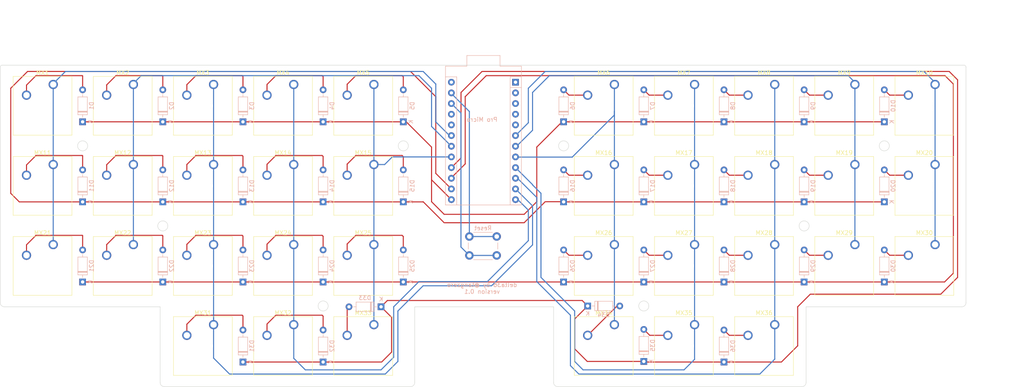
<source format=kicad_pcb>
(kicad_pcb (version 20211014) (generator pcbnew)
  (title_block (title "delta36") (date "2023-01-24") (rev "0.1"))
  (layers (0 "F.Cu" signal) (31 "B.Cu" signal) (34 "B.Paste" user) (35 "F.Paste" user) (36 "B.SilkS" user "B.Silkscreen") (37 "F.SilkS" user "F.Silkscreen") (38 "B.Mask" user) (39 "F.Mask" user) (44 "Edge.Cuts" user))
  (net 0 "")
  (net 1 "Net-(D1-Pad2)")
  (net 2 "Net-(D2-Pad2)")
  (net 3 "Net-(D3-Pad2)")
  (net 4 "Net-(D4-Pad2)")
  (net 5 "Net-(D5-Pad2)")
  (net 6 "Net-(D6-Pad2)")
  (net 7 "Net-(D7-Pad2)")
  (net 8 "Net-(D8-Pad2)")
  (net 9 "Net-(D9-Pad2)")
  (net 10 "Net-(D10-Pad2)")
  (net 11 "Net-(D11-Pad2)")
  (net 12 "Net-(D12-Pad2)")
  (net 13 "Net-(D13-Pad2)")
  (net 14 "Net-(D14-Pad2)")
  (net 15 "Net-(D15-Pad2)")
  (net 16 "Net-(D16-Pad2)")
  (net 17 "Net-(D17-Pad2)")
  (net 18 "Net-(D18-Pad2)")
  (net 19 "Net-(D19-Pad2)")
  (net 20 "Net-(D20-Pad2)")
  (net 21 "Net-(D21-Pad2)")
  (net 22 "Net-(D22-Pad2)")
  (net 23 "Net-(D23-Pad2)")
  (net 24 "Net-(D24-Pad2)")
  (net 25 "Net-(D25-Pad2)")
  (net 26 "Net-(D26-Pad2)")
  (net 27 "Net-(D27-Pad2)")
  (net 28 "Net-(D28-Pad2)")
  (net 29 "Net-(D29-Pad2)")
  (net 30 "Net-(D30-Pad2)")
  (net 31 "Net-(D31-Pad2)")
  (net 32 "Net-(D32-Pad2)")
  (net 33 "Net-(D33-Pad2)")
  (net 34 "Net-(D34-Pad2)")
  (net 35 "Net-(D35-Pad2)")
  (net 36 "Net-(D36-Pad2)")
  (net 41 "Net-(MX15-Pad1)")
  (net 42 "Net-(P1-Pad22)")
  (net 47 "Net-(D1-Pad1)")
  (net 48 "Net-(D11-Pad1)")
  (net 49 "Net-(D21-Pad1)")
  (net 50 "Net-(D31-Pad1)")
  (net 51 "Net-(MX1-Pad1)")
  (net 52 "Net-(MX12-Pad1)")
  (net 53 "Net-(MX13-Pad1)")
  (net 54 "Net-(MX14-Pad1)")
  (net 55 "Net-(MX16-Pad1)")
  (net 56 "Net-(MX17-Pad1)")
  (net 57 "Net-(MX18-Pad1)")
  (net 58 "Net-(MX19-Pad1)")
  (net 59 "Net-(MX10-Pad1)")
  (net 60 "Net-(P1-Pad23)")
  (footprint "Button_Switch_Keyboard:SW_Cherry_MX_1.00u_PCB" (layer "F.Cu") (at 40.865 63.82)
    (fp_text reference "MX1")
    (fp_text value "Switch")
  )
  (footprint "Button_Switch_Keyboard:SW_Cherry_MX_1.00u_PCB" (layer "F.Cu") (at 117.065 101.92)
    (fp_text reference "MX25")
    (fp_text value "Switch")
  )
  (footprint "Button_Switch_Keyboard:SW_Cherry_MX_1.00u_PCB" (layer "F.Cu") (at 98.015 101.92)
    (fp_text reference "MX24")
    (fp_text value "Switch")
  )
  (footprint "Button_Switch_Keyboard:SW_Cherry_MX_1.00u_PCB" (layer "F.Cu") (at 193.265 63.82)
    (fp_text reference "MX7")
    (fp_text value "Switch")
  )
  (footprint "Button_Switch_Keyboard:SW_Cherry_MX_1.00u_PCB" (layer "F.Cu") (at 193.265 101.92)
    (fp_text reference "MX27")
    (fp_text value "Switch")
  )
  (footprint "Button_Switch_Keyboard:SW_Cherry_MX_1.00u_PCB" (layer "F.Cu") (at 78.965 101.92)
    (fp_text reference "MX23")
    (fp_text value "Switch")
  )
  (footprint "Button_Switch_Keyboard:SW_Cherry_MX_1.00u_PCB" (layer "F.Cu") (at 40.865 101.92)
    (fp_text reference "MX21")
    (fp_text value "Switch")
  )
  (footprint "Button_Switch_Keyboard:SW_Cherry_MX_1.00u_PCB" (layer "F.Cu") (at 117.065 120.97)
    (fp_text reference "MX33")
    (fp_text value "Switch")
  )
  (footprint "Button_Switch_Keyboard:SW_Cherry_MX_1.00u_PCB" (layer "F.Cu") (at 98.015 82.87)
    (fp_text reference "MX14")
    (fp_text value "Switch")
  )
  (footprint "Button_Switch_Keyboard:SW_Cherry_MX_1.00u_PCB" (layer "F.Cu") (at 59.915 101.92)
    (fp_text reference "MX22")
    (fp_text value "Switch")
  )
  (footprint "Button_Switch_Keyboard:SW_Cherry_MX_1.00u_PCB" (layer "F.Cu") (at 212.315 82.87)
    (fp_text reference "MX18")
    (fp_text value "Switch")
  )
  (footprint "Button_Switch_Keyboard:SW_Cherry_MX_1.00u_PCB" (layer "F.Cu") (at 174.215 101.92)
    (fp_text reference "MX26")
    (fp_text value "Switch")
  )
  (footprint "Button_Switch_Keyboard:SW_Cherry_MX_1.00u_PCB" (layer "F.Cu") (at 117.065 82.87)
    (fp_text reference "MX15")
    (fp_text value "Switch")
  )
  (footprint "Button_Switch_Keyboard:SW_Cherry_MX_1.00u_PCB" (layer "F.Cu") (at 231.365 63.82)
    (fp_text reference "MX9")
    (fp_text value "Switch")
  )
  (footprint "Button_Switch_Keyboard:SW_Cherry_MX_1.00u_PCB" (layer "F.Cu") (at 117.065 63.82)
    (fp_text reference "MX5")
    (fp_text value "Switch")
  )
  (footprint "Button_Switch_Keyboard:SW_Cherry_MX_1.00u_PCB" (layer "F.Cu") (at 250.415 82.87)
    (fp_text reference "MX20")
    (fp_text value "Switch")
  )
  (footprint "Button_Switch_Keyboard:SW_Cherry_MX_1.00u_PCB" (layer "F.Cu") (at 59.915 82.87)
    (fp_text reference "MX12")
    (fp_text value "Switch")
  )
  (footprint "Button_Switch_Keyboard:SW_Cherry_MX_1.00u_PCB" (layer "F.Cu") (at 212.315 63.82)
    (fp_text reference "MX8")
    (fp_text value "Switch")
  )
  (footprint "Button_Switch_Keyboard:SW_Cherry_MX_1.00u_PCB" (layer "F.Cu") (at 193.265 120.97)
    (fp_text reference "MX35")
    (fp_text value "Switch")
  )
  (footprint "Button_Switch_Keyboard:SW_Cherry_MX_1.00u_PCB" (layer "F.Cu") (at 174.215 120.97)
    (fp_text reference "MX34")
    (fp_text value "Switch")
  )
  (footprint "Button_Switch_Keyboard:SW_Cherry_MX_1.00u_PCB" (layer "F.Cu") (at 59.915 63.82)
    (fp_text reference "MX2")
    (fp_text value "Switch")
  )
  (footprint "Button_Switch_Keyboard:SW_Cherry_MX_1.00u_PCB" (layer "F.Cu") (at 78.965 63.82)
    (fp_text reference "MX3")
    (fp_text value "Switch")
  )
  (footprint "Button_Switch_Keyboard:SW_Cherry_MX_1.00u_PCB" (layer "F.Cu") (at 174.215 82.87)
    (fp_text reference "MX16")
    (fp_text value "Switch")
  )
  (footprint "Button_Switch_Keyboard:SW_Cherry_MX_1.00u_PCB" (layer "F.Cu") (at 78.965 82.87)
    (fp_text reference "MX13")
    (fp_text value "Switch")
  )
  (footprint "Button_Switch_Keyboard:SW_Cherry_MX_1.00u_PCB" (layer "F.Cu") (at 231.365 101.92)
    (fp_text reference "MX29")
    (fp_text value "Switch")
  )
  (footprint "Button_Switch_Keyboard:SW_Cherry_MX_1.00u_PCB" (layer "F.Cu") (at 174.215 63.82)
    (fp_text reference "MX6")
    (fp_text value "Switch")
  )
  (footprint "Button_Switch_Keyboard:SW_Cherry_MX_1.00u_PCB" (layer "F.Cu") (at 40.865 82.87)
    (fp_text reference "MX11")
    (fp_text value "Switch")
  )
  (footprint "Button_Switch_Keyboard:SW_Cherry_MX_1.00u_PCB" (layer "F.Cu") (at 250.415 101.92)
    (fp_text reference "MX30")
    (fp_text value "Switch")
  )
  (footprint "Button_Switch_Keyboard:SW_Cherry_MX_1.00u_PCB" (layer "F.Cu") (at 212.315 120.97)
    (fp_text reference "MX36")
    (fp_text value "Switch")
  )
  (footprint "Button_Switch_Keyboard:SW_Cherry_MX_1.00u_PCB" (layer "F.Cu") (at 98.015 63.82)
    (fp_text reference "MX4")
    (fp_text value "Switch")
  )
  (footprint "Button_Switch_Keyboard:SW_Cherry_MX_1.00u_PCB" (layer "F.Cu") (at 212.315 101.92)
    (fp_text reference "MX28")
    (fp_text value "Switch")
  )
  (footprint "Button_Switch_Keyboard:SW_Cherry_MX_1.00u_PCB" (layer "F.Cu") (at 250.415 63.82)
    (fp_text reference "MX10")
    (fp_text value "Switch")
  )
  (footprint "Button_Switch_Keyboard:SW_Cherry_MX_1.00u_PCB" (layer "F.Cu") (at 78.965 120.97)
    (fp_text reference "MX31")
    (fp_text value "Switch")
  )
  (footprint "Button_Switch_Keyboard:SW_Cherry_MX_1.00u_PCB" (layer "F.Cu") (at 193.265 82.87)
    (fp_text reference "MX17")
    (fp_text value "Switch")
  )
  (footprint "Button_Switch_Keyboard:SW_Cherry_MX_1.00u_PCB" (layer "F.Cu") (at 98.015 120.97)
    (fp_text reference "MX32")
    (fp_text value "Switch")
  )
  (footprint "Button_Switch_Keyboard:SW_Cherry_MX_1.00u_PCB" (layer "F.Cu") (at 231.365 82.87)
    (fp_text reference "MX19")
    (fp_text value "Switch")
  )
  (footprint "Diode_THT:D_DO-35_SOD27_P7.62mm_Horizontal" (layer "B.Cu") (at 124.05 110.81 90)
    (fp_text reference "D25")
    (fp_text value "Diode")
  )
  (footprint "Diode_THT:D_DO-35_SOD27_P7.62mm_Horizontal" (layer "B.Cu") (at 105 72.71 90)
    (fp_text reference "D4")
    (fp_text value "Diode")
  )
  (footprint "Diode_THT:D_DO-35_SOD27_P7.62mm_Horizontal" (layer "B.Cu") (at 105 91.76 90)
    (fp_text reference "D14")
    (fp_text value "Diode")
  )
  (footprint "Diode_THT:D_DO-35_SOD27_P7.62mm_Horizontal" (layer "B.Cu") (at 66.9 91.76 90)
    (fp_text reference "D12")
    (fp_text value "Diode")
  )
  (footprint "Diode_THT:D_DO-35_SOD27_P7.62mm_Horizontal" (layer "B.Cu") (at 162.15 91.76 90)
    (fp_text reference "D16")
    (fp_text value "Diode")
  )
  (footprint "Diode_THT:D_DO-35_SOD27_P7.62mm_Horizontal" (layer "B.Cu") (at 219.3 91.76 90)
    (fp_text reference "D19")
    (fp_text value "Diode")
  )
  (footprint "Diode_THT:D_DO-35_SOD27_P7.62mm_Horizontal" (layer "B.Cu") (at 181.2 129.72 90)
    (fp_text reference "D35")
    (fp_text value "Diode")
  )
  (footprint "Diode_THT:D_DO-35_SOD27_P7.62mm_Horizontal" (layer "B.Cu") (at 238.35 110.81 90)
    (fp_text reference "D30")
    (fp_text value "Diode")
  )
  (footprint "Diode_THT:D_DO-35_SOD27_P7.62mm_Horizontal" (layer "B.Cu") (at 200.25 129.86 90)
    (fp_text reference "D36")
    (fp_text value "Diode")
  )
  (footprint "Diode_THT:D_DO-35_SOD27_P7.62mm_Horizontal" (layer "B.Cu") (at 105 110.81 90)
    (fp_text reference "D24")
    (fp_text value "Diode")
  )
  (footprint "Diode_THT:D_DO-35_SOD27_P7.62mm_Horizontal" (layer "B.Cu") (at 85.95 129.86 90)
    (fp_text reference "D31")
    (fp_text value "Diode")
  )
  (footprint "Diode_THT:D_DO-35_SOD27_P7.62mm_Horizontal" (layer "B.Cu") (at 200.25 72.71 90)
    (fp_text reference "D8")
    (fp_text value "Diode")
  )
  (footprint "Diode_THT:D_DO-35_SOD27_P7.62mm_Horizontal" (layer "B.Cu") (at 85.95 72.71 90)
    (fp_text reference "D3")
    (fp_text value "Diode")
  )
  (footprint "Diode_THT:D_DO-35_SOD27_P7.62mm_Horizontal" (layer "B.Cu") (at 162.15 110.81 90)
    (fp_text reference "D26")
    (fp_text value "Diode")
  )
  (footprint "Diode_THT:D_DO-35_SOD27_P7.62mm_Horizontal" (layer "B.Cu") (at 47.85 72.71 90)
    (fp_text reference "D1")
    (fp_text value "Diode")
  )
  (footprint "Diode_THT:D_DO-35_SOD27_P7.62mm_Horizontal" (layer "B.Cu") (at 124.05 91.76 90)
    (fp_text reference "D15")
    (fp_text value "Diode")
  )
  (footprint "Diode_THT:D_DO-35_SOD27_P7.62mm_Horizontal" (layer "B.Cu") (at 47.85 91.76 90)
    (fp_text reference "D11")
    (fp_text value "Diode")
  )
  (footprint "Button_Switch_THT:SW_PUSH_6mm" (layer "B.Cu") (at 146.25 100 180)
    (fp_text reference "Reset")
    (fp_text value "SW_PUSH")
  )
  (footprint "Diode_THT:D_DO-35_SOD27_P7.62mm_Horizontal" (layer "B.Cu") (at 200.25 110.81 90)
    (fp_text reference "D28")
    (fp_text value "Diode")
  )
  (footprint "Diode_THT:D_DO-35_SOD27_P7.62mm_Horizontal" (layer "B.Cu") (at 167.865 116.525)
    (fp_text reference "D34")
    (fp_text value "Diode")
  )
  (footprint "Diode_THT:D_DO-35_SOD27_P7.62mm_Horizontal" (layer "B.Cu") (at 181.2 110.81 90)
    (fp_text reference "D27")
    (fp_text value "Diode")
  )
  (footprint "Diode_THT:D_DO-35_SOD27_P7.62mm_Horizontal" (layer "B.Cu") (at 124.05 72.71 90)
    (fp_text reference "D5")
    (fp_text value "Diode")
  )
  (footprint "Diode_THT:D_DO-35_SOD27_P7.62mm_Horizontal" (layer "B.Cu") (at 200.25 91.76 90)
    (fp_text reference "D18")
    (fp_text value "Diode")
  )
  (footprint "Diode_THT:D_DO-35_SOD27_P7.62mm_Horizontal" (layer "B.Cu") (at 238.35 91.76 90)
    (fp_text reference "D20")
    (fp_text value "Diode")
  )
  (footprint "Diode_THT:D_DO-35_SOD27_P7.62mm_Horizontal" (layer "B.Cu") (at 85.95 91.76 90)
    (fp_text reference "D13")
    (fp_text value "Diode")
  )
  (footprint "Diode_THT:D_DO-35_SOD27_P7.62mm_Horizontal" (layer "B.Cu") (at 181.2 72.71 90)
    (fp_text reference "D7")
    (fp_text value "Diode")
  )
  (footprint "Diode_THT:D_DO-35_SOD27_P7.62mm_Horizontal" (layer "B.Cu") (at 118.765 116.72 180)
    (fp_text reference "D33")
    (fp_text value "Diode")
  )
  (footprint "Diode_THT:D_DO-35_SOD27_P7.62mm_Horizontal" (layer "B.Cu") (at 47.85 110.81 90)
    (fp_text reference "D21")
    (fp_text value "Diode")
  )
  (footprint "Diode_THT:D_DO-35_SOD27_P7.62mm_Horizontal" (layer "B.Cu") (at 162.15 72.71 90)
    (fp_text reference "D6")
    (fp_text value "Diode")
  )
  (footprint "Diode_THT:D_DO-35_SOD27_P7.62mm_Horizontal" (layer "B.Cu") (at 85.95 110.81 90)
    (fp_text reference "D23")
    (fp_text value "Diode")
  )
  (footprint "Diode_THT:D_DO-35_SOD27_P7.62mm_Horizontal" (layer "B.Cu") (at 219.3 72.71 90)
    (fp_text reference "D9")
    (fp_text value "Diode")
  )
  (footprint "Diode_THT:D_DO-35_SOD27_P7.62mm_Horizontal" (layer "B.Cu") (at 238.35 72.71 90)
    (fp_text reference "D10")
    (fp_text value "Diode")
  )
  (footprint "Diode_THT:D_DO-35_SOD27_P7.62mm_Horizontal" (layer "B.Cu") (at 105 129.86 90)
    (fp_text reference "D32")
    (fp_text value "Diode")
  )
  (footprint "Diode_THT:D_DO-35_SOD27_P7.62mm_Horizontal" (layer "B.Cu") (at 66.9 110.81 90)
    (fp_text reference "D22")
    (fp_text value "Diode")
  )
  (footprint "Diode_THT:D_DO-35_SOD27_P7.62mm_Horizontal" (layer "B.Cu") (at 66.9 72.71 90)
    (fp_text reference "D2")
    (fp_text value "Diode")
  )
  (footprint "Diode_THT:D_DO-35_SOD27_P7.62mm_Horizontal" (layer "B.Cu") (at 181.2 91.76 90)
    (fp_text reference "D17")
    (fp_text value "Diode")
  )
  (footprint "Arduino:Sparkfun_Pro_Micro" (layer "B.Cu") (at 135.475 91.22)
    (fp_text reference "P1" hide)
    (fp_text value "Pro Micro")
  )
  (footprint "Diode_THT:D_DO-35_SOD27_P7.62mm_Horizontal" (layer "B.Cu") (at 219.3 110.81 90)
    (fp_text reference "D29")
    (fp_text value "Diode")
  )
  (gr_circle (center 66.9 97.475) (end 68.1 97.475) (layer "Edge.Cuts") (width 0.1) (fill none))
  (gr_arc (start 219.765 134.72) (mid 219.472107 135.427107) (end 218.765 135.72) (layer "Edge.Cuts") (width 0.1))
  (gr_arc (start 28.265 59.72) (mid 28.411447 59.366447) (end 28.765 59.22) (layer "Edge.Cuts") (width 0.1))
  (gr_circle (center 162.15 78.425) (end 163.35 78.425) (layer "Edge.Cuts") (width 0.1) (fill none))
  (gr_line (start 66.265 134.72) (end 66.265 116.72) (layer "Edge.Cuts") (width 0.1))
  (gr_arc (start 257.265 59.22) (mid 257.618553 59.366447) (end 257.765 59.72) (layer "Edge.Cuts") (width 0.1))
  (gr_line (start 159.765 134.72) (end 159.765 116.72) (layer "Edge.Cuts") (width 0.1))
  (gr_line (start 257.765 59.72) (end 257.765 115.72) (layer "Edge.Cuts") (width 0.1))
  (gr_arc (start 67.265 135.72) (mid 66.557893 135.427107) (end 66.265 134.72) (layer "Edge.Cuts") (width 0.1))
  (gr_arc (start 160.765 135.72) (mid 160.057893 135.427107) (end 159.765 134.72) (layer "Edge.Cuts") (width 0.1))
  (gr_line (start 218.765 135.72) (end 160.765 135.72) (layer "Edge.Cuts") (width 0.1))
  (gr_line (start 256.765 116.72) (end 219.765 116.72) (layer "Edge.Cuts") (width 0.1))
  (gr_line (start 126.765 116.72) (end 159.765 116.72) (layer "Edge.Cuts") (width 0.1))
  (gr_line (start 126.765 134.72) (end 126.765 116.72) (layer "Edge.Cuts") (width 0.1))
  (gr_line (start 219.765 116.72) (end 219.765 134.72) (layer "Edge.Cuts") (width 0.1))
  (gr_arc (start 126.765 134.72) (mid 126.472107 135.427107) (end 125.765 135.72) (layer "Edge.Cuts") (width 0.1))
  (gr_circle (center 181.2 116.525) (end 182.4 116.525) (layer "Edge.Cuts") (width 0.1) (fill none))
  (gr_arc (start 257.765 115.72) (mid 257.472107 116.427107) (end 256.765 116.72) (layer "Edge.Cuts") (width 0.1))
  (gr_circle (center 105 116.525) (end 106.2 116.525) (layer "Edge.Cuts") (width 0.1) (fill none))
  (gr_circle (center 219.3 97.475) (end 220.5 97.475) (layer "Edge.Cuts") (width 0.1) (fill none))
  (gr_line (start 125.765 135.72) (end 67.265 135.72) (layer "Edge.Cuts") (width 0.1))
  (gr_line (start 28.265 115.72) (end 28.265 59.72) (layer "Edge.Cuts") (width 0.1))
  (gr_circle (center 124.05 78.425) (end 125.25 78.425) (layer "Edge.Cuts") (width 0.1) (fill none))
  (gr_arc (start 29.265 116.72) (mid 28.557893 116.427107) (end 28.265 115.72) (layer "Edge.Cuts") (width 0.1))
  (gr_circle (center 238.35 78.425) (end 239.55 78.425) (layer "Edge.Cuts") (width 0.1) (fill none))
  (gr_circle (center 47.85 78.425) (end 49.05 78.425) (layer "Edge.Cuts") (width 0.1) (fill none))
  (gr_line (start 28.765 59.22) (end 257.265 59.22) (layer "Edge.Cuts") (width 0.1))
  (gr_line (start 66.265 116.72) (end 29.265 116.72) (layer "Edge.Cuts") (width 0.1))
  (gr_text "delta36 by @tangzero\nversion 0.1" (at 142.765 112.3) (layer "B.SilkS") (effects (font (size 1 1)) (justify mirror)))
  (segment (start 36.765 61.72) (end 47.765 61.72) (width 0.25) (layer "F.Cu") (net 1))
  (segment (start 47.765 61.72) (end 47.85 61.805) (width 0.25) (layer "F.Cu") (net 1))
  (segment (start 34.515 63.97) (end 36.765 61.72) (width 0.25) (layer "F.Cu") (net 1))
  (segment (start 34.515 66.36) (end 34.515 63.97) (width 0.25) (layer "F.Cu") (net 1))
  (segment (start 47.85 61.805) (end 47.85 65.09) (width 0.25) (layer "F.Cu") (net 1))
  (segment (start 66.765 61.72) (end 66.9 61.855) (width 0.25) (layer "F.Cu") (net 2))
  (segment (start 53.565 66.36) (end 53.565 63.92) (width 0.25) (layer "F.Cu") (net 2))
  (segment (start 55.765 61.72) (end 66.765 61.72) (width 0.25) (layer "F.Cu") (net 2))
  (segment (start 66.9 61.855) (end 66.9 65.09) (width 0.25) (layer "F.Cu") (net 2))
  (segment (start 53.565 63.92) (end 55.765 61.72) (width 0.25) (layer "F.Cu") (net 2))
  (segment (start 74.765 61.72) (end 85.765 61.72) (width 0.25) (layer "F.Cu") (net 3))
  (segment (start 85.765 61.72) (end 85.95 61.905) (width 0.25) (layer "F.Cu") (net 3))
  (segment (start 85.95 61.905) (end 85.95 65.09) (width 0.25) (layer "F.Cu") (net 3))
  (segment (start 72.615 63.87) (end 74.765 61.72) (width 0.25) (layer "F.Cu") (net 3))
  (segment (start 72.615 66.36) (end 72.615 63.87) (width 0.25) (layer "F.Cu") (net 3))
  (segment (start 91.665 63.82) (end 93.765 61.72) (width 0.25) (layer "F.Cu") (net 4))
  (segment (start 93.765 61.72) (end 104.765 61.72) (width 0.25) (layer "F.Cu") (net 4))
  (segment (start 105 61.955) (end 105 65.09) (width 0.25) (layer "F.Cu") (net 4))
  (segment (start 104.765 61.72) (end 105 61.955) (width 0.25) (layer "F.Cu") (net 4))
  (segment (start 91.665 66.36) (end 91.665 63.82) (width 0.25) (layer "F.Cu") (net 4))
  (segment (start 110.715 66.36) (end 110.715 63.77) (width 0.25) (layer "F.Cu") (net 5))
  (segment (start 110.715 63.77) (end 112.765 61.72) (width 0.25) (layer "F.Cu") (net 5))
  (segment (start 112.765 61.72) (end 123.765 61.72) (width 0.25) (layer "F.Cu") (net 5))
  (segment (start 124.05 62.005) (end 124.05 65.09) (width 0.25) (layer "F.Cu") (net 5))
  (segment (start 123.765 61.72) (end 124.05 62.005) (width 0.25) (layer "F.Cu") (net 5))
  (segment (start 163.42 66.36) (end 167.865 66.36) (width 0.25) (layer "F.Cu") (net 6))
  (segment (start 162.15 65.09) (end 163.42 66.36) (width 0.25) (layer "F.Cu") (net 6))
  (segment (start 181.2 65.09) (end 182.47 66.36) (width 0.25) (layer "F.Cu") (net 7))
  (segment (start 182.47 66.36) (end 186.915 66.36) (width 0.25) (layer "F.Cu") (net 7))
  (segment (start 201.52 66.36) (end 205.965 66.36) (width 0.25) (layer "F.Cu") (net 8))
  (segment (start 200.25 65.09) (end 201.52 66.36) (width 0.25) (layer "F.Cu") (net 8))
  (segment (start 220.57 66.36) (end 225.015 66.36) (width 0.25) (layer "F.Cu") (net 9))
  (segment (start 219.3 65.09) (end 220.57 66.36) (width 0.25) (layer "F.Cu") (net 9))
  (segment (start 239.62 66.36) (end 244.065 66.36) (width 0.25) (layer "F.Cu") (net 10))
  (segment (start 238.35 65.09) (end 239.62 66.36) (width 0.25) (layer "F.Cu") (net 10))
  (segment (start 36.765 80.72) (end 47.765 80.72) (width 0.25) (layer "F.Cu") (net 11))
  (segment (start 47.85 80.805) (end 47.85 84.14) (width 0.25) (layer "F.Cu") (net 11))
  (segment (start 34.515 85.41) (end 34.515 82.97) (width 0.25) (layer "F.Cu") (net 11))
  (segment (start 34.515 82.97) (end 36.765 80.72) (width 0.25) (layer "F.Cu") (net 11))
  (segment (start 47.765 80.72) (end 47.85 80.805) (width 0.25) (layer "F.Cu") (net 11))
  (segment (start 53.565 82.92) (end 55.765 80.72) (width 0.25) (layer "F.Cu") (net 12))
  (segment (start 53.565 85.41) (end 53.565 82.92) (width 0.25) (layer "F.Cu") (net 12))
  (segment (start 55.765 80.72) (end 66.765 80.72) (width 0.25) (layer "F.Cu") (net 12))
  (segment (start 66.9 80.855) (end 66.9 84.14) (width 0.25) (layer "F.Cu") (net 12))
  (segment (start 66.765 80.72) (end 66.9 80.855) (width 0.25) (layer "F.Cu") (net 12))
  (segment (start 72.615 85.41) (end 72.615 82.87) (width 0.25) (layer "F.Cu") (net 13))
  (segment (start 72.615 82.87) (end 74.765 80.72) (width 0.25) (layer "F.Cu") (net 13))
  (segment (start 85.765 80.72) (end 85.95 80.905) (width 0.25) (layer "F.Cu") (net 13))
  (segment (start 74.765 80.72) (end 85.765 80.72) (width 0.25) (layer "F.Cu") (net 13))
  (segment (start 85.95 80.905) (end 85.95 84.14) (width 0.25) (layer "F.Cu") (net 13))
  (segment (start 105 80.955) (end 105 84.14) (width 0.25) (layer "F.Cu") (net 14))
  (segment (start 91.665 82.82) (end 93.765 80.72) (width 0.25) (layer "F.Cu") (net 14))
  (segment (start 91.665 85.41) (end 91.665 82.82) (width 0.25) (layer "F.Cu") (net 14))
  (segment (start 93.765 80.72) (end 104.765 80.72) (width 0.25) (layer "F.Cu") (net 14))
  (segment (start 104.765 80.72) (end 105 80.955) (width 0.25) (layer "F.Cu") (net 14))
  (segment (start 112.765 80.72) (end 123.765 80.72) (width 0.25) (layer "F.Cu") (net 15))
  (segment (start 124.05 81.005) (end 124.05 84.14) (width 0.25) (layer "F.Cu") (net 15))
  (segment (start 110.715 85.41) (end 110.715 82.77) (width 0.25) (layer "F.Cu") (net 15))
  (segment (start 123.765 80.72) (end 124.05 81.005) (width 0.25) (layer "F.Cu") (net 15))
  (segment (start 110.715 82.77) (end 112.765 80.72) (width 0.25) (layer "F.Cu") (net 15))
  (segment (start 167.865 85.41) (end 163.42 85.41) (width 0.25) (layer "F.Cu") (net 16))
  (segment (start 163.42 85.41) (end 162.15 84.14) (width 0.25) (layer "F.Cu") (net 16))
  (segment (start 182.47 85.41) (end 181.2 84.14) (width 0.25) (layer "F.Cu") (net 17))
  (segment (start 186.915 85.41) (end 182.47 85.41) (width 0.25) (layer "F.Cu") (net 17))
  (segment (start 205.965 85.41) (end 201.52 85.41) (width 0.25) (layer "F.Cu") (net 18))
  (segment (start 201.52 85.41) (end 200.25 84.14) (width 0.25) (layer "F.Cu") (net 18))
  (segment (start 220.57 85.41) (end 219.3 84.14) (width 0.25) (layer "F.Cu") (net 19))
  (segment (start 225.015 85.41) (end 220.57 85.41) (width 0.25) (layer "F.Cu") (net 19))
  (segment (start 239.62 85.41) (end 238.35 84.14) (width 0.25) (layer "F.Cu") (net 20))
  (segment (start 244.065 85.41) (end 239.62 85.41) (width 0.25) (layer "F.Cu") (net 20))
  (segment (start 34.515 104.46) (end 34.515 101.97) (width 0.25) (layer "F.Cu") (net 21))
  (segment (start 47.765 99.72) (end 47.85 99.805) (width 0.25) (layer "F.Cu") (net 21))
  (segment (start 34.515 101.97) (end 36.765 99.72) (width 0.25) (layer "F.Cu") (net 21))
  (segment (start 36.765 99.72) (end 47.765 99.72) (width 0.25) (layer "F.Cu") (net 21))
  (segment (start 47.85 99.805) (end 47.85 103.19) (width 0.25) (layer "F.Cu") (net 21))
  (segment (start 55.765 99.72) (end 66.765 99.72) (width 0.25) (layer "F.Cu") (net 22))
  (segment (start 53.565 101.92) (end 55.765 99.72) (width 0.25) (layer "F.Cu") (net 22))
  (segment (start 66.9 99.855) (end 66.9 103.19) (width 0.25) (layer "F.Cu") (net 22))
  (segment (start 53.565 104.46) (end 53.565 101.92) (width 0.25) (layer "F.Cu") (net 22))
  (segment (start 66.765 99.72) (end 66.9 99.855) (width 0.25) (layer "F.Cu") (net 22))
  (segment (start 74.765 99.72) (end 85.765 99.72) (width 0.25) (layer "F.Cu") (net 23))
  (segment (start 85.95 99.905) (end 85.95 103.19) (width 0.25) (layer "F.Cu") (net 23))
  (segment (start 85.765 99.72) (end 85.95 99.905) (width 0.25) (layer "F.Cu") (net 23))
  (segment (start 72.615 104.46) (end 72.615 101.87) (width 0.25) (layer "F.Cu") (net 23))
  (segment (start 72.615 101.87) (end 74.765 99.72) (width 0.25) (layer "F.Cu") (net 23))
  (segment (start 93.765 99.72) (end 104.765 99.72) (width 0.25) (layer "F.Cu") (net 24))
  (segment (start 104.765 99.72) (end 105 99.955) (width 0.25) (layer "F.Cu") (net 24))
  (segment (start 91.665 104.46) (end 91.665 101.82) (width 0.25) (layer "F.Cu") (net 24))
  (segment (start 91.665 101.82) (end 93.765 99.72) (width 0.25) (layer "F.Cu") (net 24))
  (segment (start 105 99.955) (end 105 103.19) (width 0.25) (layer "F.Cu") (net 24))
  (segment (start 110.715 101.77) (end 112.765 99.72) (width 0.25) (layer "F.Cu") (net 25))
  (segment (start 124.05 100.005) (end 124.05 103.19) (width 0.25) (layer "F.Cu") (net 25))
  (segment (start 112.765 99.72) (end 123.765 99.72) (width 0.25) (layer "F.Cu") (net 25))
  (segment (start 110.715 104.46) (end 110.715 101.77) (width 0.25) (layer "F.Cu") (net 25))
  (segment (start 123.765 99.72) (end 124.05 100.005) (width 0.25) (layer "F.Cu") (net 25))
  (segment (start 167.865 104.46) (end 163.42 104.46) (width 0.25) (layer "F.Cu") (net 26))
  (segment (start 163.42 104.46) (end 162.15 103.19) (width 0.25) (layer "F.Cu") (net 26))
  (segment (start 186.915 104.46) (end 182.47 104.46) (width 0.25) (layer "F.Cu") (net 27))
  (segment (start 182.47 104.46) (end 181.2 103.19) (width 0.25) (layer "F.Cu") (net 27))
  (segment (start 201.52 104.46) (end 200.25 103.19) (width 0.25) (layer "F.Cu") (net 28))
  (segment (start 205.965 104.46) (end 201.52 104.46) (width 0.25) (layer "F.Cu") (net 28))
  (segment (start 225.015 104.46) (end 220.57 104.46) (width 0.25) (layer "F.Cu") (net 29))
  (segment (start 220.57 104.46) (end 219.3 103.19) (width 0.25) (layer "F.Cu") (net 29))
  (segment (start 244.065 104.46) (end 239.62 104.46) (width 0.25) (layer "F.Cu") (net 30))
  (segment (start 239.62 104.46) (end 238.35 103.19) (width 0.25) (layer "F.Cu") (net 30))
  (segment (start 72.615 120.87) (end 74.765 118.72) (width 0.25) (layer "F.Cu") (net 31))
  (segment (start 72.615 123.51) (end 72.615 120.87) (width 0.25) (layer "F.Cu") (net 31))
  (segment (start 74.765 118.72) (end 85.765 118.72) (width 0.25) (layer "F.Cu") (net 31))
  (segment (start 85.765 118.72) (end 85.95 118.905) (width 0.25) (layer "F.Cu") (net 31))
  (segment (start 85.95 118.905) (end 85.95 122.24) (width 0.25) (layer "F.Cu") (net 31))
  (segment (start 91.665 123.51) (end 91.665 120.82) (width 0.25) (layer "F.Cu") (net 32))
  (segment (start 93.765 118.72) (end 104.765 118.72) (width 0.25) (layer "F.Cu") (net 32))
  (segment (start 104.765 118.72) (end 105 118.955) (width 0.25) (layer "F.Cu") (net 32))
  (segment (start 105 118.955) (end 105 122.24) (width 0.25) (layer "F.Cu") (net 32))
  (segment (start 91.665 120.82) (end 93.765 118.72) (width 0.25) (layer "F.Cu") (net 32))
  (segment (start 110.715 117.15) (end 111.145 116.72) (width 0.25) (layer "F.Cu") (net 33))
  (segment (start 110.715 123.51) (end 110.715 117.15) (width 0.25) (layer "F.Cu") (net 33))
  (segment (start 167.865 123.51) (end 174.85 116.525) (width 0.25) (layer "F.Cu") (net 34))
  (segment (start 174.85 116.525) (end 175.485 116.525) (width 0.25) (layer "F.Cu") (net 34))
  (segment (start 182.61 123.51) (end 181.2 122.1) (width 0.25) (layer "F.Cu") (net 35))
  (segment (start 186.915 123.51) (end 182.61 123.51) (width 0.25) (layer "F.Cu") (net 35))
  (segment (start 201.52 123.51) (end 200.25 122.24) (width 0.25) (layer "F.Cu") (net 36))
  (segment (start 205.965 123.51) (end 201.52 123.51) (width 0.25) (layer "F.Cu") (net 36))
  (segment (start 121.425 81.06) (end 135.475 81.06) (width 0.25) (layer "B.Cu") (net 41))
  (segment (start 117.065 82.87) (end 119.615 82.87) (width 0.25) (layer "B.Cu") (net 41))
  (segment (start 117.065 63.82) (end 117.065 120.97) (width 0.25) (layer "B.Cu") (net 41))
  (segment (start 119.615 82.87) (end 121.425 81.06) (width 0.25) (layer "B.Cu") (net 41))
  (segment (start 146.25 104.5) (end 139.75 104.5) (width 0.25) (layer "B.Cu") (net 42))
  (segment (start 137.75 70.75) (end 137.75 102.5) (width 0.25) (layer "B.Cu") (net 42))
  (segment (start 135.475 68.36) (end 137.75 70.635) (width 0.25) (layer "B.Cu") (net 42))
  (segment (start 137.75 102.5) (end 139.75 104.5) (width 0.25) (layer "B.Cu") (net 42))
  (segment (start 137.75 70.635) (end 137.75 70.75) (width 0.25) (layer "B.Cu") (net 42))
  (segment (start 130.765 78.72) (end 130.765 86.51) (width 0.25) (layer "F.Cu") (net 47))
  (segment (start 238.35 72.71) (end 162.15 72.71) (width 0.25) (layer "F.Cu") (net 47))
  (segment (start 130.765 91.72) (end 133.765 94.72) (width 0.25) (layer "F.Cu") (net 47))
  (segment (start 133.765 94.72) (end 152.765 94.72) (width 0.25) (layer "F.Cu") (net 47))
  (segment (start 155.765 91.72) (end 155.765 78.72) (width 0.25) (layer "F.Cu") (net 47))
  (segment (start 161.775 72.71) (end 162.15 72.71) (width 0.25) (layer "F.Cu") (net 47))
  (segment (start 124.755 72.71) (end 130.765 78.72) (width 0.25) (layer "F.Cu") (net 47))
  (segment (start 47.85 72.71) (end 124.05 72.71) (width 0.25) (layer "F.Cu") (net 47))
  (segment (start 152.765 94.72) (end 155.765 91.72) (width 0.25) (layer "F.Cu") (net 47))
  (segment (start 130.765 86.51) (end 135.475 91.22) (width 0.25) (layer "F.Cu") (net 47))
  (segment (start 155.765 78.72) (end 161.775 72.71) (width 0.25) (layer "F.Cu") (net 47))
  (segment (start 130.765 86.51) (end 130.765 91.72) (width 0.25) (layer "F.Cu") (net 47))
  (segment (start 124.05 72.71) (end 124.755 72.71) (width 0.25) (layer "F.Cu") (net 47))
  (segment (start 162.15 91.76) (end 238.35 91.76) (width 0.25) (layer "F.Cu") (net 48))
  (segment (start 162.11 91.72) (end 162.15 91.76) (width 0.25) (layer "F.Cu") (net 48))
  (segment (start 30.765 64.72) (end 34.765 60.72) (width 0.25) (layer "F.Cu") (net 48))
  (segment (start 47.85 91.76) (end 32.805 91.76) (width 0.25) (layer "F.Cu") (net 48))
  (segment (start 157.765 91.72) (end 162.11 91.72) (width 0.25) (layer "F.Cu") (net 48))
  (segment (start 131.765 84.97) (end 135.475 88.68) (width 0.25) (layer "F.Cu") (net 48))
  (segment (start 128.765 91.72) (end 133.765 96.72) (width 0.25) (layer "F.Cu") (net 48))
  (segment (start 47.85 91.76) (end 124.05 91.76) (width 0.25) (layer "F.Cu") (net 48))
  (segment (start 34.765 60.72) (end 125.765 60.72) (width 0.25) (layer "F.Cu") (net 48))
  (segment (start 32.805 91.76) (end 30.765 89.72) (width 0.25) (layer "F.Cu") (net 48))
  (segment (start 125.765 60.72) (end 131.765 66.72) (width 0.25) (layer "F.Cu") (net 48))
  (segment (start 133.765 96.72) (end 152.765 96.72) (width 0.25) (layer "F.Cu") (net 48))
  (segment (start 152.765 96.72) (end 157.765 91.72) (width 0.25) (layer "F.Cu") (net 48))
  (segment (start 124.05 91.76) (end 128.725 91.76) (width 0.25) (layer "F.Cu") (net 48))
  (segment (start 30.765 89.72) (end 30.765 64.72) (width 0.25) (layer "F.Cu") (net 48))
  (segment (start 131.765 66.72) (end 131.765 84.97) (width 0.25) (layer "F.Cu") (net 48))
  (segment (start 128.725 91.76) (end 128.765 91.72) (width 0.25) (layer "F.Cu") (net 48))
  (segment (start 252.675 110.81) (end 238.35 110.81) (width 0.25) (layer "F.Cu") (net 49))
  (segment (start 238.35 110.81) (end 162.15 110.81) (width 0.25) (layer "F.Cu") (net 49))
  (segment (start 254.765 63.72) (end 254.765 108.72) (width 0.25) (layer "F.Cu") (net 49))
  (segment (start 47.85 110.81) (end 124.05 110.81) (width 0.25) (layer "F.Cu") (net 49))
  (segment (start 135.475 86.14) (end 135.475 86.01) (width 0.25) (layer "F.Cu") (net 49))
  (segment (start 138.765 82.72) (end 138.765 66.72) (width 0.25) (layer "F.Cu") (net 49))
  (segment (start 124.05 110.81) (end 162.15 110.81) (width 0.25) (layer "F.Cu") (net 49))
  (segment (start 143.765 61.72) (end 252.765 61.72) (width 0.25) (layer "F.Cu") (net 49))
  (segment (start 135.475 86.01) (end 138.765 82.72) (width 0.25) (layer "F.Cu") (net 49))
  (segment (start 252.765 61.72) (end 254.765 63.72) (width 0.25) (layer "F.Cu") (net 49))
  (segment (start 254.765 108.72) (end 252.675 110.81) (width 0.25) (layer "F.Cu") (net 49))
  (segment (start 138.765 66.72) (end 143.765 61.72) (width 0.25) (layer "F.Cu") (net 49))
  (segment (start 142.765 60.72) (end 253.765 60.72) (width 0.25) (layer "F.Cu") (net 50))
  (segment (start 200.25 129.86) (end 181.34 129.86) (width 0.25) (layer "F.Cu") (net 50))
  (segment (start 135.475 83.6) (end 137.765 81.31) (width 0.25) (layer "F.Cu") (net 50))
  (segment (start 105 129.86) (end 118.905 129.86) (width 0.25) (layer "F.Cu") (net 50))
  (segment (start 164.765 126.72) (end 164.765 119.625) (width 0.25) (layer "F.Cu") (net 50))
  (segment (start 118.765 116.72) (end 120.265 115.22) (width 0.25) (layer "F.Cu") (net 50))
  (segment (start 85.95 129.86) (end 105 129.86) (width 0.25) (layer "F.Cu") (net 50))
  (segment (start 255.765 62.72) (end 255.765 109.72) (width 0.25) (layer "F.Cu") (net 50))
  (segment (start 220.765 113.72) (end 251.765 113.72) (width 0.25) (layer "F.Cu") (net 50))
  (segment (start 164.765 119.625) (end 167.865 116.525) (width 0.25) (layer "F.Cu") (net 50))
  (segment (start 121.265 119.22) (end 118.765 116.72) (width 0.25) (layer "F.Cu") (net 50))
  (segment (start 121.265 127.5) (end 121.265 119.22) (width 0.25) (layer "F.Cu") (net 50))
  (segment (start 166.56 115.22) (end 167.865 116.525) (width 0.25) (layer "F.Cu") (net 50))
  (segment (start 200.25 129.86) (end 213.905 129.86) (width 0.25) (layer "F.Cu") (net 50))
  (segment (start 181.34 129.86) (end 181.2 129.72) (width 0.25) (layer "F.Cu") (net 50))
  (segment (start 120.265 115.22) (end 166.56 115.22) (width 0.25) (layer "F.Cu") (net 50))
  (segment (start 181.2 129.72) (end 167.765 129.72) (width 0.25) (layer "F.Cu") (net 50))
  (segment (start 255.765 109.72) (end 251.765 113.72) (width 0.25) (layer "F.Cu") (net 50))
  (segment (start 167.765 129.72) (end 164.765 126.72) (width 0.25) (layer "F.Cu") (net 50))
  (segment (start 137.765 81.31) (end 137.765 65.72) (width 0.25) (layer "F.Cu") (net 50))
  (segment (start 253.765 60.72) (end 255.765 62.72) (width 0.25) (layer "F.Cu") (net 50))
  (segment (start 213.905 129.86) (end 217.765 126) (width 0.25) (layer "F.Cu") (net 50))
  (segment (start 137.765 65.72) (end 142.765 60.72) (width 0.25) (layer "F.Cu") (net 50))
  (segment (start 217.765 126) (end 217.765 116.72) (width 0.25) (layer "F.Cu") (net 50))
  (segment (start 217.765 116.72) (end 220.765 113.72) (width 0.25) (layer "F.Cu") (net 50))
  (segment (start 118.905 129.86) (end 121.265 127.5) (width 0.25) (layer "F.Cu") (net 50))
  (segment (start 135.025 75.98) (end 131.765 72.72) (width 0.25) (layer "B.Cu") (net 51))
  (segment (start 40.865 63.82) (end 40.865 101.92) (width 0.25) (layer "B.Cu") (net 51))
  (segment (start 40.865 63.62) (end 40.865 63.82) (width 0.25) (layer "B.Cu") (net 51))
  (segment (start 131.765 63.72) (end 128.765 60.72) (width 0.25) (layer "B.Cu") (net 51))
  (segment (start 43.765 60.72) (end 40.865 63.62) (width 0.25) (layer "B.Cu") (net 51))
  (segment (start 128.765 60.72) (end 43.765 60.72) (width 0.25) (layer "B.Cu") (net 51))
  (segment (start 135.475 75.98) (end 135.025 75.98) (width 0.25) (layer "B.Cu") (net 51))
  (segment (start 131.765 72.72) (end 131.765 63.72) (width 0.25) (layer "B.Cu") (net 51))
  (segment (start 130.765 64.72) (end 130.765 73.81) (width 0.25) (layer "B.Cu") (net 52))
  (segment (start 130.765 73.81) (end 135.475 78.52) (width 0.25) (layer "B.Cu") (net 52))
  (segment (start 59.915 63.82) (end 59.915 63.57) (width 0.25) (layer "B.Cu") (net 52))
  (segment (start 59.915 63.82) (end 59.915 101.92) (width 0.25) (layer "B.Cu") (net 52))
  (segment (start 127.765 61.72) (end 130.765 64.72) (width 0.25) (layer "B.Cu") (net 52))
  (segment (start 59.915 63.57) (end 61.765 61.72) (width 0.25) (layer "B.Cu") (net 52))
  (segment (start 61.765 61.72) (end 127.765 61.72) (width 0.25) (layer "B.Cu") (net 52))
  (segment (start 154.765 92.72) (end 150.725 88.68) (width 0.25) (layer "B.Cu") (net 53))
  (segment (start 154.765 101.985) (end 154.765 92.72) (width 0.25) (layer "B.Cu") (net 53))
  (segment (start 78.965 118.52) (end 78.965 128.92) (width 0.25) (layer "B.Cu") (net 53))
  (segment (start 145.03 111.72) (end 154.765 101.985) (width 0.25) (layer "B.Cu") (net 53))
  (segment (start 78.965 120.97) (end 78.965 118.52) (width 0.25) (layer "B.Cu") (net 53))
  (segment (start 78.965 128.92) (end 82.765 132.72) (width 0.25) (layer "B.Cu") (net 53))
  (segment (start 150.725 88.68) (end 150.715 88.68) (width 0.25) (layer "B.Cu") (net 53))
  (segment (start 122.765 129.72) (end 122.765 117.72) (width 0.25) (layer "B.Cu") (net 53))
  (segment (start 128.765 111.72) (end 145.03 111.72) (width 0.25) (layer "B.Cu") (net 53))
  (segment (start 122.765 117.72) (end 128.765 111.72) (width 0.25) (layer "B.Cu") (net 53))
  (segment (start 119.765 132.72) (end 122.765 129.72) (width 0.25) (layer "B.Cu") (net 53))
  (segment (start 78.965 118.52) (end 78.965 63.82) (width 0.25) (layer "B.Cu") (net 53))
  (segment (start 82.765 132.72) (end 119.765 132.72) (width 0.25) (layer "B.Cu") (net 53))
  (segment (start 151.265 91.22) (end 153.765 93.72) (width 0.25) (layer "B.Cu") (net 54))
  (segment (start 100.765 131.72) (end 98.015 128.97) (width 0.25) (layer "B.Cu") (net 54))
  (segment (start 121.765 128.72) (end 118.765 131.72) (width 0.25) (layer "B.Cu") (net 54))
  (segment (start 127.765 110.72) (end 121.765 116.72) (width 0.25) (layer "B.Cu") (net 54))
  (segment (start 153.765 93.72) (end 153.765 100.985) (width 0.25) (layer "B.Cu") (net 54))
  (segment (start 121.765 116.72) (end 121.765 128.72) (width 0.25) (layer "B.Cu") (net 54))
  (segment (start 98.015 128.97) (end 98.015 120.97) (width 0.25) (layer "B.Cu") (net 54))
  (segment (start 144.03 110.72) (end 127.765 110.72) (width 0.25) (layer "B.Cu") (net 54))
  (segment (start 98.015 63.82) (end 98.015 120.97) (width 0.25) (layer "B.Cu") (net 54))
  (segment (start 150.715 91.22) (end 151.265 91.22) (width 0.25) (layer "B.Cu") (net 54))
  (segment (start 118.765 131.72) (end 100.765 131.72) (width 0.25) (layer "B.Cu") (net 54))
  (segment (start 153.765 100.985) (end 144.03 110.72) (width 0.25) (layer "B.Cu") (net 54))
  (segment (start 174.215 71.27) (end 174.215 71.485) (width 0.25) (layer "B.Cu") (net 55))
  (segment (start 164.2 81.1) (end 174.215 71.085) (width 0.25) (layer "B.Cu") (net 55))
  (segment (start 174.215 71.085) (end 174.215 70.215) (width 0.25) (layer "B.Cu") (net 55))
  (segment (start 174.215 120.97) (end 174.215 71.27) (width 0.25) (layer "B.Cu") (net 55))
  (segment (start 164.2 81.1) (end 150.755 81.1) (width 0.25) (layer "B.Cu") (net 55))
  (segment (start 174.215 70.215) (end 174.215 63.82) (width 0.25) (layer "B.Cu") (net 55))
  (segment (start 150.755 81.1) (end 150.715 81.06) (width 0.25) (layer "B.Cu") (net 55))
  (segment (start 174.215 71.27) (end 174.215 70.215) (width 0.25) (layer "B.Cu") (net 55))
  (segment (start 193.265 129.22) (end 193.265 120.97) (width 0.25) (layer "B.Cu") (net 56))
  (segment (start 166.765 131.72) (end 190.765 131.72) (width 0.25) (layer "B.Cu") (net 56))
  (segment (start 154.765 87.65) (end 154.765 87.72) (width 0.25) (layer "B.Cu") (net 56))
  (segment (start 190.765 131.72) (end 193.265 129.22) (width 0.25) (layer "B.Cu") (net 56))
  (segment (start 156.765 89.72) (end 156.765 109.72) (width 0.25) (layer "B.Cu") (net 56))
  (segment (start 154.765 87.72) (end 156.765 89.72) (width 0.25) (layer "B.Cu") (net 56))
  (segment (start 193.265 120.97) (end 193.265 63.82) (width 0.25) (layer "B.Cu") (net 56))
  (segment (start 150.715 83.6) (end 154.765 87.65) (width 0.25) (layer "B.Cu") (net 56))
  (segment (start 164.765 129.72) (end 166.765 131.72) (width 0.25) (layer "B.Cu") (net 56))
  (segment (start 156.765 109.72) (end 164.765 117.72) (width 0.25) (layer "B.Cu") (net 56))
  (segment (start 164.765 117.72) (end 164.765 129.72) (width 0.25) (layer "B.Cu") (net 56))
  (segment (start 150.715 86.14) (end 151.185 86.14) (width 0.25) (layer "B.Cu") (net 57))
  (segment (start 163.765 118.72) (end 163.765 130.72) (width 0.25) (layer "B.Cu") (net 57))
  (segment (start 212.315 120.97) (end 212.315 129.17) (width 0.25) (layer "B.Cu") (net 57))
  (segment (start 212.315 129.17) (end 208.765 132.72) (width 0.25) (layer "B.Cu") (net 57))
  (segment (start 155.765 110.72) (end 163.765 118.72) (width 0.25) (layer "B.Cu") (net 57))
  (segment (start 165.765 132.72) (end 208.765 132.72) (width 0.25) (layer "B.Cu") (net 57))
  (segment (start 212.315 120.97) (end 212.315 63.82) (width 0.25) (layer "B.Cu") (net 57))
  (segment (start 155.765 90.72) (end 155.765 110.72) (width 0.25) (layer "B.Cu") (net 57))
  (segment (start 163.765 130.72) (end 165.765 132.72) (width 0.25) (layer "B.Cu") (net 57))
  (segment (start 151.185 86.14) (end 155.765 90.72) (width 0.25) (layer "B.Cu") (net 57))
  (segment (start 231.365 63.82) (end 231.365 63.32) (width 0.25) (layer "B.Cu") (net 58))
  (segment (start 231.365 101.92) (end 231.365 63.82) (width 0.25) (layer "B.Cu") (net 58))
  (segment (start 158.765 61.72) (end 154.765 65.72) (width 0.25) (layer "B.Cu") (net 58))
  (segment (start 154.765 65.72) (end 154.765 74.72) (width 0.25) (layer "B.Cu") (net 58))
  (segment (start 231.365 63.32) (end 229.765 61.72) (width 0.25) (layer "B.Cu") (net 58))
  (segment (start 154.765 74.72) (end 150.965 78.52) (width 0.25) (layer "B.Cu") (net 58))
  (segment (start 229.765 61.72) (end 158.765 61.72) (width 0.25) (layer "B.Cu") (net 58))
  (segment (start 150.965 78.52) (end 150.715 78.52) (width 0.25) (layer "B.Cu") (net 58))
  (segment (start 247.765 60.72) (end 157.765 60.72) (width 0.25) (layer "B.Cu") (net 59))
  (segment (start 250.415 63.82) (end 250.415 63.37) (width 0.25) (layer "B.Cu") (net 59))
  (segment (start 250.415 63.37) (end 247.765 60.72) (width 0.25) (layer "B.Cu") (net 59))
  (segment (start 250.415 101.92) (end 250.415 63.82) (width 0.25) (layer "B.Cu") (net 59))
  (segment (start 153.765 72.93) (end 150.715 75.98) (width 0.25) (layer "B.Cu") (net 59))
  (segment (start 157.765 60.72) (end 153.765 64.72) (width 0.25) (layer "B.Cu") (net 59))
  (segment (start 153.765 64.72) (end 153.765 72.93) (width 0.25) (layer "B.Cu") (net 59))
  (segment (start 139.75 100) (end 139.75 70.25) (width 0.25) (layer "B.Cu") (net 60))
  (segment (start 139.75 70.25) (end 135.475 65.975) (width 0.25) (layer "B.Cu") (net 60))
  (segment (start 135.475 65.975) (end 135.475 65.82) (width 0.25) (layer "B.Cu") (net 60))
  (segment (start 146.25 100) (end 139.75 100) (width 0.25) (layer "B.Cu") (net 60))
)
</source>
